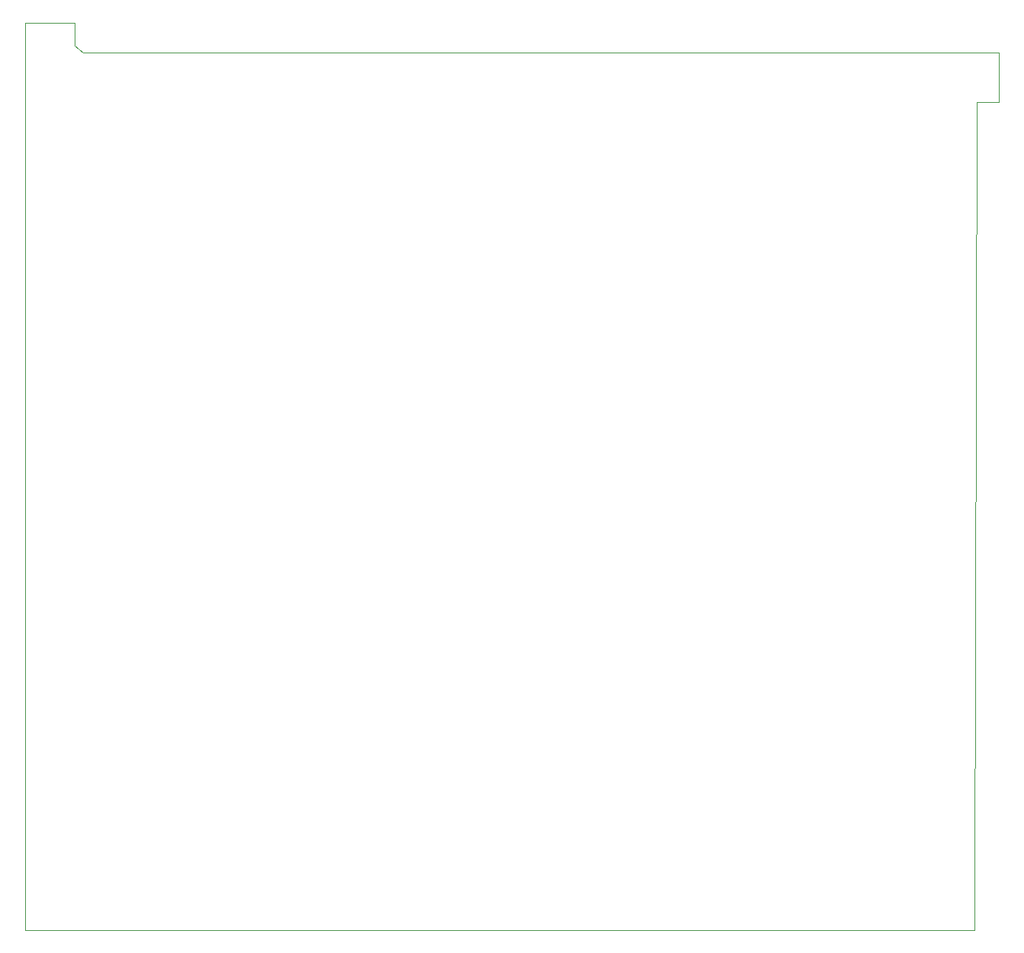
<source format=gbr>
%TF.GenerationSoftware,KiCad,Pcbnew,8.0.4*%
%TF.CreationDate,2024-09-17T22:13:18+01:00*%
%TF.ProjectId,buttonsSuper,62757474-6f6e-4735-9375-7065722e6b69,rev?*%
%TF.SameCoordinates,Original*%
%TF.FileFunction,Profile,NP*%
%FSLAX46Y46*%
G04 Gerber Fmt 4.6, Leading zero omitted, Abs format (unit mm)*
G04 Created by KiCad (PCBNEW 8.0.4) date 2024-09-17 22:13:18*
%MOMM*%
%LPD*%
G01*
G04 APERTURE LIST*
%TA.AperFunction,Profile*%
%ADD10C,0.100000*%
%TD*%
%TA.AperFunction,Profile*%
%ADD11C,0.120000*%
%TD*%
G04 APERTURE END LIST*
D10*
X240000000Y-173000000D02*
X239000000Y-173000000D01*
X240000000Y-170000000D02*
X240000000Y-173000000D01*
X240250000Y-81000000D02*
X240000000Y-170000000D01*
X134500000Y-74700000D02*
X134500000Y-173000000D01*
X240250000Y-75500000D02*
X141000000Y-75500000D01*
X140000000Y-74700000D02*
X141000000Y-75500000D01*
X134500000Y-173000000D02*
X239000000Y-173000000D01*
D11*
%TO.C,C8*%
X134500000Y-72200000D02*
X134500000Y-74700000D01*
X134750000Y-72200000D02*
X134500000Y-72200000D01*
X134750000Y-72200000D02*
X139750000Y-72200000D01*
X139750000Y-72200000D02*
X140000000Y-72200000D01*
X140000000Y-72200000D02*
X140000000Y-74700000D01*
%TO.C,C9*%
X242750000Y-75500000D02*
X240250000Y-75500000D01*
X242750000Y-75750000D02*
X242750000Y-75500000D01*
X242750000Y-75750000D02*
X242750000Y-80750000D01*
X242750000Y-80750000D02*
X242750000Y-81000000D01*
X242750000Y-81000000D02*
X240250000Y-81000000D01*
%TD*%
M02*

</source>
